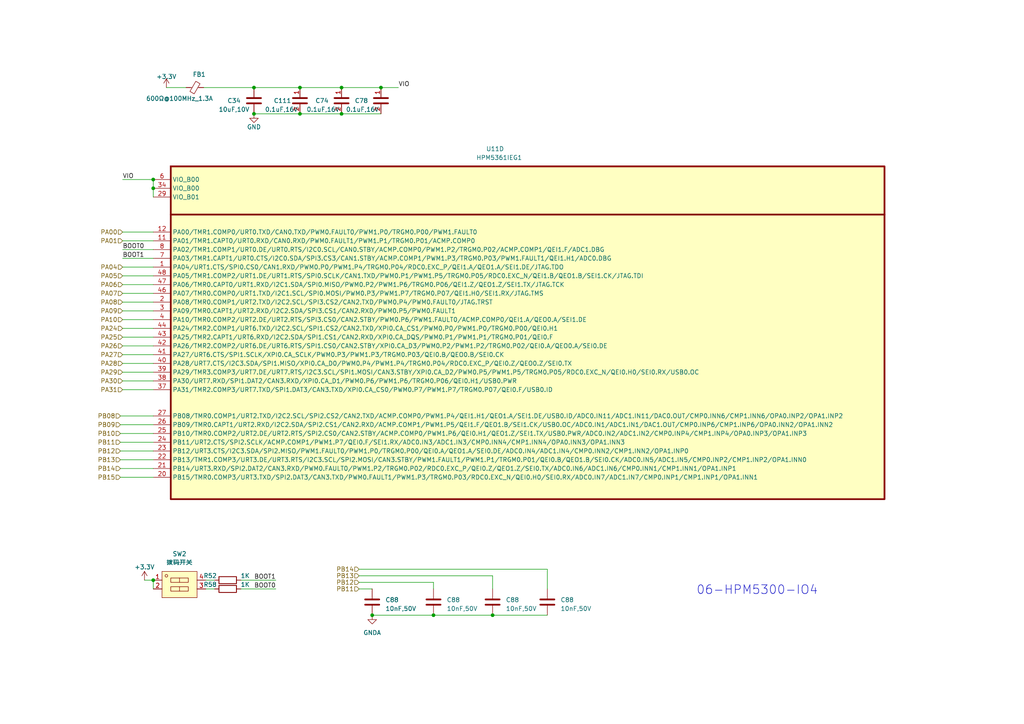
<source format=kicad_sch>
(kicad_sch (version 20230121) (generator eeschema)
  (paper "A4")
  (title_block (title "HPM6750 ADC EVK") (date "2023-5-25") (rev "A"))
  (lib_symbols
    (symbol "0.1uF,16V_7" (pin_names (offset 0.254))
      (property "Reference" "C" (at 0.635 2.54 0))
      (property "Value" "0.1uF,16V_7" (at 0.635 -2.54 0))
      (symbol "0.1uF,16V_7_0_1"
        (polyline (pts (xy -2.032 -0.762) (xy 2.032 -0.762)) (stroke (width 0.508)))
        (polyline (pts (xy -2.032 0.762) (xy 2.032 0.762)) (stroke (width 0.508)))
      )
      (symbol "0.1uF,16V_7_1_1"
        (pin passive line (at 0 3.81 270) (length 2.794) (name "~") (number "1"))
        (pin passive line (at 0 -3.81 90) (length 2.794) (name "~") (number "2"))
      )
    )
    (symbol "00_HPM5300_Library:HPM5361IEG1"
      (property "Reference" "U" (at 1.27 1.27 0))
      (property "Value" "HPM5361IEG1" (at 26.67 1.27 0))
      (property "Footprint" "00_HPM_Library:QFN-48_6x6mm_P0.4mm_EP4.2x4.2mm" (at 19.05 7.62 0))
      (symbol "HPM5361IEG1_1_0"
        (pin power_in line (at 38.1 -21.59 180) (length 2.54) (name "VSS") (number "49"))
      )
      (symbol "HPM5361IEG1_1_1"
        (polyline (pts (xy 0 -44.45) (xy 35.56 -44.45)) (stroke (width 0.508)))
        (polyline (pts (xy 8.89 -6.35) (xy 14.605 -6.35) (xy 14.605 -10.16) (xy 13.97 -9.525) (xy 14.605 -10.16) (xy 15.24 -9.525)))
        (polyline (pts (xy 14.605 -12.7) (xy 14.605 -16.51) (xy 8.89 -16.51) (xy 9.525 -15.875) (xy 8.89 -16.51) (xy 9.525 -17.145)))
        (rectangle (start 0 0) (end 35.56 -60.96) (stroke (width 0.508)) (fill (type background)))
        (rectangle (start 1.27 -5.08) (end 8.89 -7.62))
        (rectangle (start 10.16 -10.16) (end 17.78 -12.7))
        (text "Analog_Domain" (at 11.43 -46.99 0) (effects (font (size 1.778 1.778))))
        (text "DCDC" (at 13.97 -11.43 0) (effects (font (size 1.27 1.27))))
        (text "DCDC_Domain" (at 10.16 -2.54 0) (effects (font (size 1.778 1.778))))
        (text "Internal" (at 5.08 -6.35 0) (effects (font (size 1.27 1.27))))
        (pin power_in line (at -5.08 -16.51 0) (length 5.08) (name "DCDC_LP") (number "15"))
        (pin power_in line (at 40.64 -11.43 180) (length 5.08) (name "VDD_SOC") (number "28"))
        (pin power_in line (at 40.64 -55.88 180) (length 5.08) (name "VREFL") (number "30"))
        (pin power_in line (at 40.64 -49.53 180) (length 5.08) (name "VREFH") (number "31"))
        (pin power_in line (at -5.08 -55.88 0) (length 5.08) (name "VANA") (number "32"))
        (pin power_in line (at 40.64 -13.97 180) (length 5.08) (name "VDD_SOC") (number "33"))
        (pin power_in line (at 40.64 -16.51 180) (length 5.08) (name "VDD_SOC") (number "45"))
        (pin power_in line (at 40.64 -6.35 180) (length 5.08) (name "VDD_SOC") (number "5"))
        (pin power_in line (at 40.64 -8.89 180) (length 5.08) (name "VDD_SOC") (number "9"))
      )
      (symbol "HPM5361IEG1_2_1"
        (rectangle (start 0 0) (end 35.56 -30.48) (stroke (width 0.508)) (fill (type background)))
        (pin input line (at -5.08 -20.32 0) (length 5.08) (name "RESETN") (number "13"))
        (pin input line (at -5.08 -24.13 0) (length 5.08) (name "WAKEUP") (number "14"))
        (pin input line (at -5.08 -5.08 0) (length 5.08) (name "XTALI") (number "35"))
        (pin output line (at -5.08 -15.24 0) (length 5.08) (name "XTALO") (number "36"))
      )
      (symbol "HPM5361IEG1_3_0"
        (polyline (pts (xy 8.89 -13.97) (xy 60.96 -13.97) (xy 59.944 -13.462) (xy 60.96 -13.97) (xy 59.944 -14.478)))
        (polyline (pts (xy 8.89 -5.08) (xy 60.96 -5.08) (xy 59.944 -4.572) (xy 60.96 -5.08) (xy 59.944 -5.588)))
        (polyline (pts (xy 66.04 -13.97) (xy 144.78 -13.97) (xy 143.764 -13.462) (xy 144.78 -13.97) (xy 143.764 -14.478)))
        (polyline (pts (xy 66.04 -5.08) (xy 144.78 -5.08) (xy 143.764 -4.572) (xy 144.78 -5.08) (xy 143.764 -5.588)))
      )
      (symbol "HPM5361IEG1_3_1"
        (polyline (pts (xy 0 -17.78) (xy 158.75 -17.78)) (stroke (width 0.508)))
        (polyline (pts (xy 8.89 -12.7) (xy 8.89 -5.08) (xy 8.89 -13.97)))
        (rectangle (start 0 0) (end 158.75 -34.29) (stroke (width 0.508)) (fill (type background)))
        (rectangle (start 60.96 -12.7) (end 66.04 -15.24))
        (rectangle (start 60.96 -3.81) (end 66.04 -6.35))
        (text "LDO" (at 63.5 -13.97 0) (effects (font (size 1.27 1.27))))
        (text "LDO" (at 63.5 -5.08 0) (effects (font (size 1.27 1.27))))
        (pin power_out line (at 163.83 -13.97 180) (length 5.08) (name "VDD_OTPCAP") (number "10"))
        (pin power_in line (at -5.08 -5.08 0) (length 5.08) (name "VPMC") (number "16"))
        (pin power_out line (at 163.83 -5.08 180) (length 5.08) (name "VDD_PMCCAP") (number "17"))
        (pin bidirectional line (at -5.08 -26.67 0) (length 5.08) (name "PY01/TMR3.CAPT0/URT0.RXD/CAN2.RXD/PWM0.P1/PWM1.P5/PWM0.FAULT1/WDG0.RST/USB0.OC/PMIC_PY01/PURT.RXD/PTMR.COMP1/SOC.GPIO_Y01") (number "18"))
        (pin bidirectional line (at -5.08 -24.13 0) (length 5.08) (name "PY00/TMR3.COMP0/URT0.TXD/CAN2.TXD/PWM0.P0/PWM1.P4/PWM0.FAULT0/USB0.ID/PMIC_PY00/PURT.TXD/PTMR.COMP0/SOC.GPIO_Y00") (number "19"))
      )
      (symbol "HPM5361IEG1_4_1"
        (polyline (pts (xy 0 -13.97) (xy 207.01 -13.97)) (stroke (width 0.5)))
        (rectangle (start 0 0) (end 207.01 -96.52) (stroke (width 0.508)) (fill (type background)))
        (pin bidirectional line (at -5.08 -29.21 0) (length 5.08) (name "PA04/URT1.CTS/SPI0.CS0/CAN1.RXD/PWM0.P0/PWM1.P4/TRGM0.P04/RDC0.EXC_P/QEI1.A/QEO1.A/SEI1.DE/JTAG.TDO") (number "1"))
        (pin bidirectional line (at -5.08 -21.59 0) (length 5.08) (name "PA01/TMR1.CAPT0/URT0.RXD/CAN0.RXD/PWM0.FAULT1/PWM1.P1/TRGM0.P01/ACMP.COMP0") (number "11"))
        (pin bidirectional line (at -5.08 -19.05 0) (length 5.08) (name "PA00/TMR1.COMP0/URT0.TXD/CAN0.TXD/PWM0.FAULT0/PWM1.P0/TRGM0.P00/PWM1.FAULT0") (number "12"))
        (pin bidirectional line (at -5.08 -39.37 0) (length 5.08) (name "PA08/TMR0.COMP1/URT2.TXD/I2C2.SCL/SPI3.CS2/CAN2.TXD/PWM0.P4/PWM0.FAULT0/JTAG.TRST") (number "2"))
        (pin bidirectional line (at -5.08 -90.17 0) (length 5.08) (name "PB15/TMR0.COMP3/URT3.TXD/SPI2.DAT3/CAN3.TXD/PWM0.FAULT1/PWM1.P3/TRGM0.P03/RDC0.EXC_N/QEI0.H0/SEI0.RX/ADC0.IN7/ADC1.IN7/CMP0.INP1/CMP1.INP1/OPA1.INN1") (number "20"))
        (pin bidirectional line (at -5.08 -87.63 0) (length 5.08) (name "PB14/URT3.RXD/SPI2.DAT2/CAN3.RXD/PWM0.FAULT0/PWM1.P2/TRGM0.P02/RDC0.EXC_P/QEI0.Z/QEO1.Z/SEI0.TX/ADC0.IN6/ADC1.IN6/CMP0.INN1/CMP1.INN1/OPA1.INP1") (number "21"))
        (pin bidirectional line (at -5.08 -85.09 0) (length 5.08) (name "PB13/TMR1.COMP3/URT3.DE/URT3.RTS/I2C3.SCL/SPI2.MOSI/CAN3.STBY/PWM1.FAULT1/PWM1.P1/TRGM0.P01/QEI0.B/QEO1.B/SEI0.CK/ADC0.IN5/ADC1.IN5/CMP0.INP2/CMP1.INP2/OPA1.INN0") (number "22"))
        (pin bidirectional line (at -5.08 -82.55 0) (length 5.08) (name "PB12/URT3.CTS/I2C3.SDA/SPI2.MISO/PWM1.FAULT0/PWM1.P0/TRGM0.P00/QEI0.A/QEO1.A/SEI0.DE/ADC0.IN4/ADC1.IN4/CMP0.INN2/CMP1.INN2/OPA1.INP0") (number "23"))
        (pin bidirectional line (at -5.08 -80.01 0) (length 5.08) (name "PB11/URT2.CTS/SPI2.SCLK/ACMP.COMP1/PWM1.P7/QEI0.F/SEI1.RX/ADC0.IN3/ADC1.IN3/CMP0.INN4/CMP1.INN4/OPA0.INN3/OPA1.INN3") (number "24"))
        (pin bidirectional line (at -5.08 -77.47 0) (length 5.08) (name "PB10/TMR0.COMP2/URT2.DE/URT2.RTS/SPI2.CS0/CAN2.STBY/ACMP.COMP0/PWM1.P6/QEI0.H1/QEO1.Z/SEI1.TX/USB0.PWR/ADC0.IN2/ADC1.IN2/CMP0.INP4/CMP1.INP4/OPA0.INP3/OPA1.INP3") (number "25"))
        (pin bidirectional line (at -5.08 -74.93 0) (length 5.08) (name "PB09/TMR0.CAPT1/URT2.RXD/I2C2.SDA/SPI2.CS1/CAN2.RXD/ACMP.COMP1/PWM1.P5/QEI1.F/QEO1.B/SEI1.CK/USB0.OC/ADC0.IN1/ADC1.IN1/DAC1.OUT/CMP0.INP6/CMP1.INP6/OPA0.INN2/OPA1.INN2") (number "26"))
        (pin bidirectional line (at -5.08 -72.39 0) (length 5.08) (name "PB08/TMR0.COMP1/URT2.TXD/I2C2.SCL/SPI2.CS2/CAN2.TXD/ACMP.COMP0/PWM1.P4/QEI1.H1/QEO1.A/SEI1.DE/USB0.ID/ADC0.IN11/ADC1.IN11/DAC0.OUT/CMP0.INN6/CMP1.INN6/OPA0.INP2/OPA1.INP2") (number "27"))
        (pin power_in line (at -5.08 -8.89 0) (length 5.08) (name "VIO_B01") (number "29"))
        (pin bidirectional line (at -5.08 -41.91 0) (length 5.08) (name "PA09/TMR0.CAPT1/URT2.RXD/I2C2.SDA/SPI3.CS1/CAN2.RXD/PWM0.P5/PWM0.FAULT1") (number "3"))
        (pin power_in line (at -5.08 -6.35 0) (length 5.08) (name "VIO_B00") (number "34"))
        (pin bidirectional line (at -5.08 -64.77 0) (length 5.08) (name "PA31/TMR2.COMP3/URT7.TXD/SPI1.DAT3/CAN3.TXD/XPI0.CA_CS0/PWM0.P7/PWM1.P7/TRGM0.P07/QEI0.F/USB0.ID") (number "37"))
        (pin bidirectional line (at -5.08 -62.23 0) (length 5.08) (name "PA30/URT7.RXD/SPI1.DAT2/CAN3.RXD/XPI0.CA_D1/PWM0.P6/PWM1.P6/TRGM0.P06/QEI0.H1/USB0.PWR") (number "38"))
        (pin bidirectional line (at -5.08 -59.69 0) (length 5.08) (name "PA29/TMR3.COMP3/URT7.DE/URT7.RTS/I2C3.SCL/SPI1.MOSI/CAN3.STBY/XPI0.CA_D2/PWM0.P5/PWM1.P5/TRGM0.P05/RDC0.EXC_N/QEI0.H0/SEI0.RX/USB0.OC") (number "39"))
        (pin bidirectional line (at -5.08 -44.45 0) (length 5.08) (name "PA10/TMR0.COMP2/URT2.DE/URT2.RTS/SPI3.CS0/CAN2.STBY/PWM0.P6/PWM1.FAULT0/ACMP.COMP0/QEI1.A/QEO0.A/SEI1.DE") (number "4"))
        (pin bidirectional line (at -5.08 -57.15 0) (length 5.08) (name "PA28/URT7.CTS/I2C3.SDA/SPI1.MISO/XPI0.CA_D0/PWM0.P4/PWM1.P4/TRGM0.P04/RDC0.EXC_P/QEI0.Z/QEO0.Z/SEI0.TX") (number "40"))
        (pin bidirectional line (at -5.08 -54.61 0) (length 5.08) (name "PA27/URT6.CTS/SPI1.SCLK/XPI0.CA_SCLK/PWM0.P3/PWM1.P3/TRGM0.P03/QEI0.B/QEO0.B/SEI0.CK") (number "41"))
        (pin bidirectional line (at -5.08 -52.07 0) (length 5.08) (name "PA26/TMR2.COMP2/URT6.DE/URT6.RTS/SPI1.CS0/CAN2.STBY/XPI0.CA_D3/PWM0.P2/PWM1.P2/TRGM0.P02/QEI0.A/QEO0.A/SEI0.DE") (number "42"))
        (pin bidirectional line (at -5.08 -49.53 0) (length 5.08) (name "PA25/TMR2.CAPT1/URT6.RXD/I2C2.SDA/SPI1.CS1/CAN2.RXD/XPI0.CA_DQS/PWM0.P1/PWM1.P1/TRGM0.P01/QEI0.F") (number "43"))
        (pin bidirectional line (at -5.08 -46.99 0) (length 5.08) (name "PA24/TMR2.COMP1/URT6.TXD/I2C2.SCL/SPI1.CS2/CAN2.TXD/XPI0.CA_CS1/PWM0.P0/PWM1.P0/TRGM0.P00/QEI0.H1") (number "44"))
        (pin bidirectional line (at -5.08 -36.83 0) (length 5.08) (name "PA07/TMR0.COMP0/URT1.TXD/I2C1.SCL/SPI0.MOSI/PWM0.P3/PWM1.P7/TRGM0.P07/QEI1.H0/SEI1.RX/JTAG.TMS") (number "46"))
        (pin bidirectional line (at -5.08 -34.29 0) (length 5.08) (name "PA06/TMR0.CAPT0/URT1.RXD/I2C1.SDA/SPI0.MISO/PWM0.P2/PWM1.P6/TRGM0.P06/QEI1.Z/QEO1.Z/SEI1.TX/JTAG.TCK") (number "47"))
        (pin bidirectional line (at -5.08 -31.75 0) (length 5.08) (name "PA05/TMR1.COMP2/URT1.DE/URT1.RTS/SPI0.SCLK/CAN1.TXD/PWM0.P1/PWM1.P5/TRGM0.P05/RDC0.EXC_N/QEI1.B/QEO1.B/SEI1.CK/JTAG.TDI") (number "48"))
        (pin power_in line (at -5.08 -3.81 0) (length 5.08) (name "VIO_B00") (number "6"))
        (pin bidirectional line (at -5.08 -26.67 0) (length 5.08) (name "PA03/TMR1.CAPT1/URT0.CTS/I2C0.SDA/SPI3.CS3/CAN1.STBY/ACMP.COMP1/PWM1.P3/TRGM0.P03/PWM1.FAULT1/QEI1.H1/ADC0.DBG") (number "7"))
        (pin bidirectional line (at -5.08 -24.13 0) (length 5.08) (name "PA02/TMR1.COMP1/URT0.DE/URT0.RTS/I2C0.SCL/CAN0.STBY/ACMP.COMP0/PWM1.P2/TRGM0.P02/ACMP.COMP1/QEI1.F/ADC1.DBG") (number "8"))
      )
    )
    (symbol "01-HPM-Peripheral:拨码开关" (pin_names (offset 1.016) hide)
      (property "Reference" "SW" (at -0.635 5.08 0))
      (property "Value" "拨码开关" (at -0.635 -5.08 0))
      (symbol "拨码开关_1_1"
        (rectangle (start -5.08 -3.81) (end 5.08 3.81) (fill (type background)))
        (circle (center -3.81 2.54) (radius 0.381))
        (rectangle (start -2.54 -1.905) (end 2.54 -0.635))
        (rectangle (start -2.54 0.635) (end 2.54 1.905))
        (polyline (pts (xy 0 -0.635) (xy 0 -1.905)))
        (polyline (pts (xy 0 1.905) (xy 0 0.635)))
        (pin input line (at -7.62 1.27 0) (length 2.54) (name "PIN1") (number "1"))
        (pin input line (at -7.62 -1.27 0) (length 2.54) (name "PIN2") (number "2"))
        (pin input line (at 7.62 -1.27 180) (length 2.54) (name "PIN3") (number "3"))
        (pin input line (at 7.62 1.27 180) (length 2.54) (name "PIN4") (number "4"))
      )
    )
    (symbol "02_HPM_Resistor:1K" (pin_numbers hide) (pin_names (offset 0))
      (property "Reference" "R" (at -5.08 1.27 0))
      (property "Value" "1K" (at 5.08 1.27 0))
      (symbol "1K_0_1"
        (rectangle (start 2.54 -1.016) (end -2.54 1.016) (stroke (width 0.254)))
      )
      (symbol "1K_1_1"
        (pin passive line (at -3.81 0 0) (length 1.27) (name "~") (number "1"))
        (pin passive line (at 3.81 0 180) (length 1.27) (name "~") (number "2"))
      )
    )
    (symbol "03_HPM_CAP:10nF,50V" (pin_numbers hide) (pin_names (offset 0.254))
      (property "Reference" "C" (at 0.635 2.54 0))
      (property "Value" "10nF,50V" (at 0.635 -2.54 0))
      (symbol "10nF,50V_0_1"
        (polyline (pts (xy -2.032 -0.762) (xy 2.032 -0.762)) (stroke (width 0.508)))
        (polyline (pts (xy -2.032 0.762) (xy 2.032 0.762)) (stroke (width 0.508)))
      )
      (symbol "10nF,50V_1_1"
        (pin passive line (at 0 3.81 270) (length 2.794) (name "~") (number "1"))
        (pin passive line (at 0 -3.81 90) (length 2.794) (name "~") (number "2"))
      )
    )
    (symbol "03_HPM_CAP:10uF,10V" (pin_numbers hide) (pin_names (offset 0.254))
      (property "Reference" "C" (at 0.635 2.54 0))
      (property "Value" "10uF,10V" (at 0.635 -2.54 0))
      (symbol "10uF,10V_0_1"
        (polyline (pts (xy -2.032 -0.762) (xy 2.032 -0.762)) (stroke (width 0.508)))
        (polyline (pts (xy -2.032 0.762) (xy 2.032 0.762)) (stroke (width 0.508)))
      )
      (symbol "10uF,10V_1_1"
        (pin passive line (at 0 3.81 270) (length 2.794) (name "~") (number "1"))
        (pin passive line (at 0 -3.81 90) (length 2.794) (name "~") (number "2"))
      )
    )
    (symbol "07_HPM_Inductance:600Ω@100MHz_1.3A" (pin_numbers hide) (pin_names (offset 0))
      (property "Reference" "FB1" (at -2.54 1.27 0))
      (property "Value" "600Ω@100MHz_1.3A" (at -6.35 -3.81 0))
      (symbol "600Ω@100MHz_1.3A_0_1"
        (polyline (pts (xy 1.27 0) (xy 1.7526 0)))
        (polyline (pts (xy 3.429 0) (xy 3.8354 0)))
        (polyline (pts (xy 2.8194 1.8288) (xy 4.0386 1.1176) (xy 2.3368 -1.8288) (xy 1.1176 -1.1176) (xy 2.8194 1.8288)))
      )
      (symbol "600Ω@100MHz_1.3A_1_1"
        (pin passive line (at 5.08 0 180) (length 1.27) (name "~") (number "1"))
        (pin passive line (at 0 0 0) (length 1.27) (name "~") (number "2"))
      )
    )
    (symbol "power:+3.3V" (power) (pin_names (offset 0))
      (property "Value" "+3.3V" (at 0 3.556 0))
      (symbol "+3.3V_0_1"
        (polyline (pts (xy -0.762 1.27) (xy 0 2.54)))
        (polyline (pts (xy 0 0) (xy 0 2.54)))
        (polyline (pts (xy 0 2.54) (xy 0.762 1.27)))
      )
      (symbol "+3.3V_1_1"
        (pin power_in line (at 0 0 90) (length 0) hide (name "+3.3V") (number "1"))
      )
    )
    (symbol "power:GND" (power) (pin_names (offset 0))
      (property "Value" "GND" (at 0 -3.81 0))
      (symbol "GND_0_1"
        (polyline (pts (xy 0 0) (xy 0 -1.27) (xy 1.27 -1.27) (xy 0 -2.54) (xy -1.27 -1.27) (xy 0 -1.27)))
      )
      (symbol "GND_1_1"
        (pin power_in line (at 0 0 270) (length 0) hide (name "GND") (number "1"))
      )
    )
    (symbol "power:GNDA" (power) (pin_names (offset 0))
      (property "Value" "GNDA" (at 0 -3.81 0))
      (symbol "GNDA_0_1"
        (polyline (pts (xy 0 0) (xy 0 -1.27) (xy 1.27 -1.27) (xy 0 -2.54) (xy -1.27 -1.27) (xy 0 -1.27)))
      )
      (symbol "GNDA_1_1"
        (pin power_in line (at 0 0 270) (length 0) hide (name "GNDA") (number "1"))
      )
    )
  )
  (junction (at 142.875 178.435))
  (junction (at 107.95 178.435))
  (junction (at 86.995 33.02))
  (junction (at 44.45 168.275))
  (junction (at 86.995 25.4))
  (junction (at 44.45 52.07))
  (junction (at 44.45 54.61))
  (junction (at 99.06 33.02))
  (junction (at 73.66 25.4))
  (junction (at 125.73 178.435))
  (junction (at 73.66 33.02))
  (junction (at 99.06 25.4))
  (junction (at 110.49 25.4))
  (wire (pts (xy 35.56 90.17) (xy 44.45 90.17)))
  (wire (pts (xy 34.925 120.65) (xy 44.45 120.65)))
  (wire (pts (xy 35.56 113.03) (xy 44.45 113.03)))
  (wire (pts (xy 110.49 25.4) (xy 115.57 25.4)))
  (wire (pts (xy 34.925 125.73) (xy 44.45 125.73)))
  (wire (pts (xy 59.055 25.4) (xy 73.66 25.4)))
  (wire (pts (xy 44.45 52.07) (xy 44.45 54.61)))
  (wire (pts (xy 104.14 168.91) (xy 125.73 168.91)))
  (wire (pts (xy 107.95 178.435) (xy 125.73 178.435)))
  (wire (pts (xy 86.995 33.02) (xy 99.06 33.02)))
  (wire (pts (xy 35.56 100.33) (xy 44.45 100.33)))
  (wire (pts (xy 104.14 170.815) (xy 107.95 170.815)))
  (wire (pts (xy 35.56 74.93) (xy 44.45 74.93)))
  (wire (pts (xy 35.56 102.87) (xy 44.45 102.87)))
  (wire (pts (xy 104.14 167.005) (xy 142.875 167.005)))
  (wire (pts (xy 44.45 54.61) (xy 44.45 57.15)))
  (wire (pts (xy 34.925 123.19) (xy 44.45 123.19)))
  (wire (pts (xy 86.995 33.02) (xy 73.66 33.02)))
  (wire (pts (xy 35.56 72.39) (xy 44.45 72.39)))
  (wire (pts (xy 44.45 168.275) (xy 44.45 170.815)))
  (wire (pts (xy 35.56 82.55) (xy 44.45 82.55)))
  (wire (pts (xy 35.56 67.31) (xy 44.45 67.31)))
  (wire (pts (xy 125.73 168.91) (xy 125.73 170.815)))
  (wire (pts (xy 142.875 167.005) (xy 142.875 170.815)))
  (wire (pts (xy 62.23 170.815) (xy 59.69 170.815)))
  (wire (pts (xy 35.56 80.01) (xy 44.45 80.01)))
  (wire (pts (xy 34.925 130.81) (xy 44.45 130.81)))
  (wire (pts (xy 80.01 168.275) (xy 69.85 168.275)))
  (wire (pts (xy 35.56 69.85) (xy 44.45 69.85)))
  (wire (pts (xy 35.56 85.09) (xy 44.45 85.09)))
  (wire (pts (xy 62.23 168.275) (xy 59.69 168.275)))
  (wire (pts (xy 41.91 168.275) (xy 44.45 168.275)))
  (wire (pts (xy 35.56 110.49) (xy 44.45 110.49)))
  (wire (pts (xy 35.56 92.71) (xy 44.45 92.71)))
  (wire (pts (xy 125.73 178.435) (xy 142.875 178.435)))
  (wire (pts (xy 99.06 25.4) (xy 110.49 25.4)))
  (wire (pts (xy 35.56 95.25) (xy 44.45 95.25)))
  (wire (pts (xy 35.56 52.07) (xy 44.45 52.07)))
  (wire (pts (xy 158.75 165.1) (xy 158.75 170.815)))
  (wire (pts (xy 34.925 133.35) (xy 44.45 133.35)))
  (wire (pts (xy 35.56 105.41) (xy 44.45 105.41)))
  (wire (pts (xy 35.56 97.79) (xy 44.45 97.79)))
  (wire (pts (xy 48.26 25.4) (xy 53.975 25.4)))
  (wire (pts (xy 35.56 77.47) (xy 44.45 77.47)))
  (wire (pts (xy 34.925 138.43) (xy 44.45 138.43)))
  (wire (pts (xy 35.56 87.63) (xy 44.45 87.63)))
  (wire (pts (xy 142.875 178.435) (xy 158.75 178.435)))
  (wire (pts (xy 99.06 25.4) (xy 86.995 25.4)))
  (wire (pts (xy 35.56 107.95) (xy 44.45 107.95)))
  (wire (pts (xy 34.925 128.27) (xy 44.45 128.27)))
  (wire (pts (xy 104.14 165.1) (xy 158.75 165.1)))
  (wire (pts (xy 80.01 170.815) (xy 69.85 170.815)))
  (wire (pts (xy 86.995 25.4) (xy 73.66 25.4)))
  (wire (pts (xy 34.925 135.89) (xy 44.45 135.89)))
  (wire (pts (xy 99.06 33.02) (xy 110.49 33.02)))
  (text "06-HPM5300-IO4" (at 201.93 172.72 0) (effects (font (size 2.54 2.54)) (justify left bottom)))
  (label "VIO" (at 115.57 25.4 0))
  (label "BOOT0" (at 35.56 72.39 0))
  (label "BOOT1" (at 80.01 168.275 180))
  (label "BOOT1" (at 35.56 74.93 0))
  (label "VIO" (at 35.56 52.07 0))
  (label "BOOT0" (at 80.01 170.815 180))
  (hierarchical_label "PA00" (shape input) (at 35.56 67.31 180))
  (hierarchical_label "PA09" (shape input) (at 35.56 90.17 180))
  (hierarchical_label "PB13" (shape input) (at 34.925 133.35 180))
  (hierarchical_label "PA05" (shape input) (at 35.56 80.01 180))
  (hierarchical_label "PA08" (shape input) (at 35.56 87.63 180))
  (hierarchical_label "PA26" (shape input) (at 35.56 100.33 180))
  (hierarchical_label "PB11" (shape input) (at 104.14 170.815 180))
  (hierarchical_label "PA01" (shape input) (at 35.56 69.85 180))
  (hierarchical_label "PA28" (shape input) (at 35.56 105.41 180))
  (hierarchical_label "PA04" (shape input) (at 35.56 77.47 180))
  (hierarchical_label "PA06" (shape input) (at 35.56 82.55 180))
  (hierarchical_label "PA25" (shape input) (at 35.56 97.79 180))
  (hierarchical_label "PA10" (shape input) (at 35.56 92.71 180))
  (hierarchical_label "PA27" (shape input) (at 35.56 102.87 180))
  (hierarchical_label "PB13" (shape input) (at 104.14 167.005 180))
  (hierarchical_label "PB11" (shape input) (at 34.925 128.27 180))
  (hierarchical_label "PB15" (shape input) (at 34.925 138.43 180))
  (hierarchical_label "PB14" (shape input) (at 34.925 135.89 180))
  (hierarchical_label "PA29" (shape input) (at 35.56 107.95 180))
  (hierarchical_label "PA30" (shape input) (at 35.56 110.49 180))
  (hierarchical_label "PA07" (shape input) (at 35.56 85.09 180))
  (hierarchical_label "PA24" (shape input) (at 35.56 95.25 180))
  (hierarchical_label "PB10" (shape input) (at 34.925 125.73 180))
  (hierarchical_label "PB09" (shape input) (at 34.925 123.19 180))
  (hierarchical_label "PA31" (shape input) (at 35.56 113.03 180))
  (hierarchical_label "PB12" (shape input) (at 104.14 168.91 180))
  (hierarchical_label "PB14" (shape input) (at 104.14 165.1 180))
  (hierarchical_label "PB12" (shape input) (at 34.925 130.81 180))
  (hierarchical_label "PB08" (shape input) (at 34.925 120.65 180))
  (symbol (lib_id "03_HPM_CAP:10nF,50V") (at 125.73 174.625 0) (unit 1)
    (property "Reference" "C88" (at 129.54 173.99 0) (effects (justify left)))
    (property "Value" "10nF,50V" (at 129.54 176.53 0) (effects (justify left)))
    (property "Footprint" "03_HPM_CAP:C_0402_1005Metric" (effects hide))
    (instances (project "HPM5300_ADC_EVK_RevB" (path "" (reference "C88") (unit 1)) (path "" (reference "C14") (unit 1))))
  )
  (symbol (lib_id "02_HPM_Resistor:1K") (at 66.04 170.815 0) (unit 1)
    (property "Reference" "R58" (at 60.96 169.545 0))
    (property "Value" "1K" (at 71.12 169.545 0))
    (property "Footprint" "02_HPM_Resis:R_0402_1005Metric" (effects hide))
    (property "Model" "0402WGF1001TCE" (effects hide))
    (property "Company" "UNI-ROYAL(厚声)" (effects hide))
    (instances (project "HPM5300_ADC_EVK_RevB" (path "" (reference "R58") (unit 1))) (project "HPM5300 SKT Board QFN48 REVA" (path "" (reference "R43") (unit 1))))
  )
  (symbol (lib_id "01-HPM-Peripheral:拨码开关") (at 52.07 169.545 0) (unit 1)
    (property "Reference" "SW2" (at 52.07 160.655 0))
    (property "Value" "拨码开关" (at 52.07 163.195 0))
    (property "Footprint" "05_HPM_Conn:SW-SMD_DM-02-V" (effects hide))
    (property "Model" "DM-02-V" (effects hide))
    (property "Company" "圜达" (effects hide))
    (instances (project "HPM5300_ADC_EVK_RevB" (path "" (reference "SW2") (unit 1))) (project "HPM5300 SKT Board QFN48 REVA" (path "" (reference "SW3") (unit 1))))
  )
  (symbol (lib_id "07_HPM_Inductance:600Ω@100MHz_1.3A") (at 53.975 25.4 0) (unit 1)
    (property "Reference" "FB1" (at 57.785 21.59 0))
    (property "Value" "600Ω@100MHz_1.3A" (at 52.07 28.575 0))
    (property "Footprint" "Inductor_SMD:L_0603_1608Metric" (effects hide))
    (property "Model" "BLM18KG601SN1D" (effects hide))
    (property "Company" "muRata(村田)" (effects hide))
  )
  (symbol (lib_name "0.1uF,16V_7") (lib_id "03_HPM_CAP:0.1uF,16V") (at 110.49 29.21 0) (unit 1)
    (property "Reference" "C78" (at 102.87 29.21 0) (effects (justify left)))
    (property "Value" "0.1uF,16V" (at 100.33 31.75 0) (effects (justify left)))
    (property "Footprint" "03_HPM_CAP:C_0402_1005Metric" (effects hide))
    (instances (project "HPM5300_ADC_EVK_RevB" (path "" (reference "C78") (unit 1))) (project "EVK_REVC" (path "" (reference "C122") (unit 1))))
  )
  (symbol (lib_id "00_HPM5300_Library:HPM5361IEG1") (at 49.53 48.26 0) (unit 4)
    (property "Reference" "U11" (at 140.97 43.18 0) (effects (justify left)))
    (property "Value" "HPM5361IEG1" (at 144.78 45.72 0))
    (property "Footprint" "00_HPM_Library:QFN-48_6x6mm_P0.4mm_EP4.2x4.2mm" (effects hide))
  )
  (symbol (lib_id "power:+3.3V") (at 48.26 25.4 0) (unit 1)
    (property "Reference" "#PWR076" (effects hide))
    (property "Value" "+3.3V" (at 48.26 22.225 0))
    (instances (project "HPM5300_ADC_EVK_RevB" (path "" (reference "#PWR076") (unit 1)) (path "" (reference "#PWR027") (unit 1))))
  )
  (symbol (lib_id "03_HPM_CAP:10nF,50V") (at 107.95 174.625 0) (unit 1)
    (property "Reference" "C88" (at 111.76 173.99 0) (effects (justify left)))
    (property "Value" "10nF,50V" (at 111.76 176.53 0) (effects (justify left)))
    (property "Footprint" "03_HPM_CAP:C_0402_1005Metric" (effects hide))
    (instances (project "HPM5300_ADC_EVK_RevB" (path "" (reference "C88") (unit 1)) (path "" (reference "C13") (unit 1))))
  )
  (symbol (lib_id "power:+3.3V") (at 41.91 168.275 0) (unit 1)
    (property "Reference" "#PWR061" (effects hide))
    (property "Value" "+3.3V" (at 41.91 164.465 0))
    (instances (project "HPM5300_ADC_EVK_RevB" (path "" (reference "#PWR061") (unit 1))) (project "HPM5300 SKT Board QFN48 REVA" (path "" (reference "#PWR0123") (unit 1))))
  )
  (symbol (lib_name "0.1uF,16V_7") (lib_id "03_HPM_CAP:0.1uF,16V") (at 86.995 29.21 0) (unit 1)
    (property "Reference" "C111" (at 79.375 29.21 0) (effects (justify left)))
    (property "Value" "0.1uF,16V" (at 76.835 31.75 0) (effects (justify left)))
    (property "Footprint" "03_HPM_CAP:C_0402_1005Metric" (effects hide))
    (instances (project "HPM5300_ADC_EVK_RevB" (path "" (reference "C111") (unit 1))) (project "EVK_REVC" (path "" (reference "C122") (unit 1))))
  )
  (symbol (lib_id "02_HPM_Resistor:1K") (at 66.04 168.275 0) (unit 1)
    (property "Reference" "R52" (at 60.96 167.005 0))
    (property "Value" "1K" (at 71.12 167.005 0))
    (property "Footprint" "02_HPM_Resis:R_0402_1005Metric" (effects hide))
    (property "Model" "0402WGF1001TCE" (effects hide))
    (property "Company" "UNI-ROYAL(厚声)" (effects hide))
    (instances (project "HPM5300_ADC_EVK_RevB" (path "" (reference "R52") (unit 1))) (project "HPM5300 SKT Board QFN48 REVA" (path "" (reference "R42") (unit 1))))
  )
  (symbol (lib_id "power:GNDA") (at 107.95 178.435 0) (unit 1)
    (property "Reference" "#PWR074" (effects hide))
    (property "Value" "GNDA" (at 107.95 183.515 0))
    (instances (project "HPM5300_ADC_EVK_RevB" (path "" (reference "#PWR074") (unit 1)) (path "" (reference "#PWR0188") (unit 1)) (path "" (reference "#PWR077") (unit 1))))
  )
  (symbol (lib_id "03_HPM_CAP:10uF,10V") (at 73.66 29.21 0) (mirror y) (unit 1)
    (property "Reference" "C34" (at 69.85 29.21 0) (effects (justify left)))
    (property "Value" "10uF,10V" (at 72.39 31.75 0) (effects (justify left)))
    (property "Footprint" "03_HPM_CAP:C_0402_1005Metric" (effects hide))
    (instances (project "HPM5300_ADC_EVK_RevB" (path "" (reference "C34") (unit 1)) (path "" (reference "C117") (unit 1))))
  )
  (symbol (lib_id "03_HPM_CAP:10nF,50V") (at 158.75 174.625 0) (unit 1)
    (property "Reference" "C88" (at 162.56 173.99 0) (effects (justify left)))
    (property "Value" "10nF,50V" (at 162.56 176.53 0) (effects (justify left)))
    (property "Footprint" "03_HPM_CAP:C_0402_1005Metric" (effects hide))
    (instances (project "HPM5300_ADC_EVK_RevB" (path "" (reference "C88") (unit 1)) (path "" (reference "C16") (unit 1))))
  )
  (symbol (lib_id "power:GND") (at 73.66 33.02 0) (unit 1)
    (property "Reference" "#PWR0173" (effects hide))
    (property "Value" "GND" (at 73.66 36.83 0))
    (instances (project "HPM5300_ADC_EVK_RevB" (path "" (reference "#PWR0173") (unit 1))) (project "EVK_REVC" (path "" (reference "#PWR0458") (unit 1))))
  )
  (symbol (lib_name "0.1uF,16V_7") (lib_id "03_HPM_CAP:0.1uF,16V") (at 99.06 29.21 0) (unit 1)
    (property "Reference" "C74" (at 91.44 29.21 0) (effects (justify left)))
    (property "Value" "0.1uF,16V" (at 88.9 31.75 0) (effects (justify left)))
    (property "Footprint" "03_HPM_CAP:C_0402_1005Metric" (effects hide))
    (instances (project "HPM5300_ADC_EVK_RevB" (path "" (reference "C74") (unit 1))) (project "EVK_REVC" (path "" (reference "C122") (unit 1))))
  )
  (symbol (lib_id "03_HPM_CAP:10nF,50V") (at 142.875 174.625 0) (unit 1)
    (property "Reference" "C88" (at 146.685 173.99 0) (effects (justify left)))
    (property "Value" "10nF,50V" (at 146.685 176.53 0) (effects (justify left)))
    (property "Footprint" "03_HPM_CAP:C_0402_1005Metric" (effects hide))
    (instances (project "HPM5300_ADC_EVK_RevB" (path "" (reference "C88") (unit 1)) (path "" (reference "C15") (unit 1))))
  )
)
</source>
